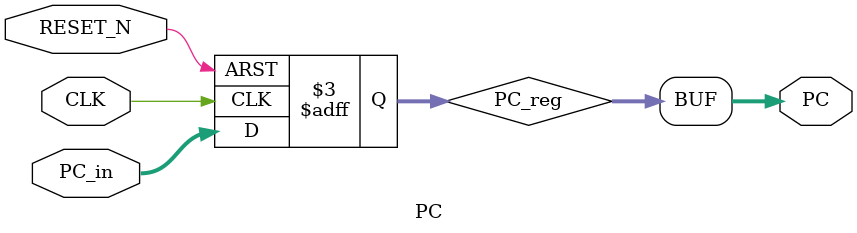
<source format=sv>
module PC 
#(parameter size = 32)
(
   input CLK,RESET_N,
   input [size-1:0] PC_in,
   output [size-1:0] PC
);

	logic [size-1:0] PC_reg;
	
    always_ff@(posedge CLK or negedge RESET_N)
    if(~RESET_N)
            PC_reg <= 32'b0;
    else
            PC_reg <= PC_in;
				
	assign PC = PC_reg;
	
endmodule
</source>
